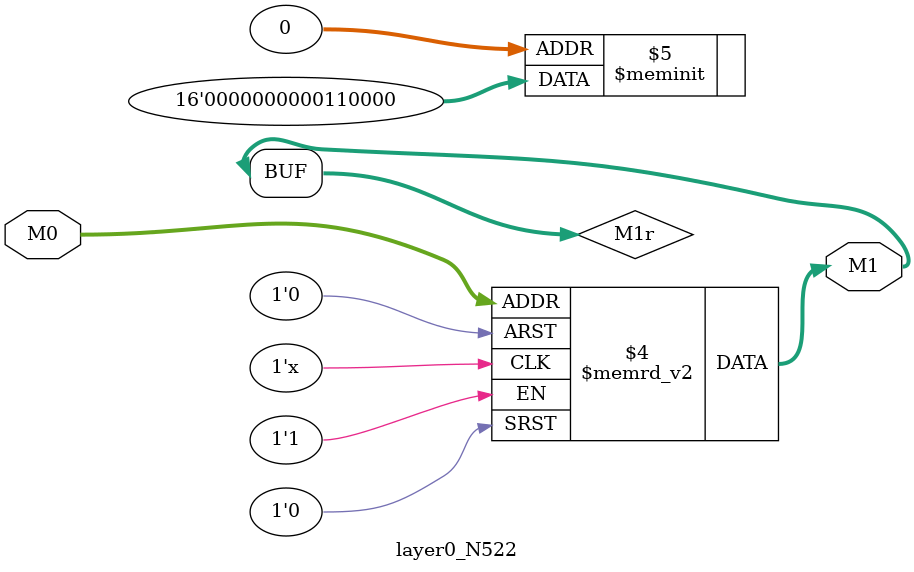
<source format=v>
module layer0_N522 ( input [2:0] M0, output [1:0] M1 );

	(*rom_style = "distributed" *) reg [1:0] M1r;
	assign M1 = M1r;
	always @ (M0) begin
		case (M0)
			3'b000: M1r = 2'b00;
			3'b100: M1r = 2'b00;
			3'b010: M1r = 2'b11;
			3'b110: M1r = 2'b00;
			3'b001: M1r = 2'b00;
			3'b101: M1r = 2'b00;
			3'b011: M1r = 2'b00;
			3'b111: M1r = 2'b00;

		endcase
	end
endmodule

</source>
